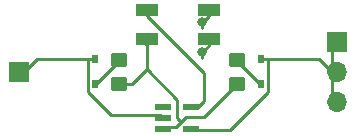
<source format=gbr>
%TF.GenerationSoftware,KiCad,Pcbnew,7.0.5*%
%TF.CreationDate,2024-02-17T16:30:33-06:00*%
%TF.ProjectId,NOTGATE,4e4f5447-4154-4452-9e6b-696361645f70,rev?*%
%TF.SameCoordinates,Original*%
%TF.FileFunction,Copper,L1,Top*%
%TF.FilePolarity,Positive*%
%FSLAX46Y46*%
G04 Gerber Fmt 4.6, Leading zero omitted, Abs format (unit mm)*
G04 Created by KiCad (PCBNEW 7.0.5) date 2024-02-17 16:30:33*
%MOMM*%
%LPD*%
G01*
G04 APERTURE LIST*
G04 Aperture macros list*
%AMRoundRect*
0 Rectangle with rounded corners*
0 $1 Rounding radius*
0 $2 $3 $4 $5 $6 $7 $8 $9 X,Y pos of 4 corners*
0 Add a 4 corners polygon primitive as box body*
4,1,4,$2,$3,$4,$5,$6,$7,$8,$9,$2,$3,0*
0 Add four circle primitives for the rounded corners*
1,1,$1+$1,$2,$3*
1,1,$1+$1,$4,$5*
1,1,$1+$1,$6,$7*
1,1,$1+$1,$8,$9*
0 Add four rect primitives between the rounded corners*
20,1,$1+$1,$2,$3,$4,$5,0*
20,1,$1+$1,$4,$5,$6,$7,0*
20,1,$1+$1,$6,$7,$8,$9,0*
20,1,$1+$1,$8,$9,$2,$3,0*%
G04 Aperture macros list end*
%TA.AperFunction,SMDPad,CuDef*%
%ADD10RoundRect,0.250000X-0.450000X0.350000X-0.450000X-0.350000X0.450000X-0.350000X0.450000X0.350000X0*%
%TD*%
%TA.AperFunction,SMDPad,CuDef*%
%ADD11R,0.609600X0.660400*%
%TD*%
%TA.AperFunction,ComponentPad*%
%ADD12R,1.700000X1.700000*%
%TD*%
%TA.AperFunction,ComponentPad*%
%ADD13O,1.700000X1.700000*%
%TD*%
%TA.AperFunction,SMDPad,CuDef*%
%ADD14R,1.875000X1.050000*%
%TD*%
%TA.AperFunction,SMDPad,CuDef*%
%ADD15R,1.473200X0.558800*%
%TD*%
%TA.AperFunction,ViaPad*%
%ADD16C,0.800000*%
%TD*%
%TA.AperFunction,Conductor*%
%ADD17C,0.250000*%
%TD*%
G04 APERTURE END LIST*
D10*
%TO.P,R3,1*%
%TO.N,Net-(LED3-Pad1)*%
X160000000Y-86500000D03*
%TO.P,R3,2*%
%TO.N,GND*%
X160000000Y-88500000D03*
%TD*%
D11*
%TO.P,LED1,1*%
%TO.N,Net-(LED1-Pad1)*%
X148000000Y-88579500D03*
%TO.P,LED1,2*%
%TO.N,Net-(J1-Pin_1)*%
X148000000Y-86420500D03*
%TD*%
D10*
%TO.P,R1,1*%
%TO.N,Net-(LED1-Pad1)*%
X150000000Y-86500000D03*
%TO.P,R1,2*%
%TO.N,GND*%
X150000000Y-88500000D03*
%TD*%
D12*
%TO.P,J1,1,Pin_1*%
%TO.N,Net-(J1-Pin_1)*%
X141500000Y-87500000D03*
%TD*%
D11*
%TO.P,LED3,1*%
%TO.N,Net-(LED3-Pad1)*%
X162000000Y-88579500D03*
%TO.P,LED3,2*%
%TO.N,Net-(J3-Pin_1)*%
X162000000Y-86420500D03*
%TD*%
D12*
%TO.P,J3,1,Pin_1*%
%TO.N,Net-(J3-Pin_1)*%
X168500000Y-85000000D03*
D13*
%TO.P,J3,2,Pin_2*%
X168500000Y-87540000D03*
%TO.P,J3,3,Pin_3*%
X168500000Y-90080000D03*
%TD*%
D14*
%TO.P,D1,1*%
%TO.N,VCC*%
X152337500Y-82250000D03*
%TO.P,D1,2*%
%TO.N,Net-(J5-PWR)*%
X157662500Y-82250000D03*
%TO.P,D1,3*%
%TO.N,GND*%
X152337500Y-84750000D03*
%TO.P,D1,4*%
%TO.N,Net-(J4-PWR)*%
X157662500Y-84750000D03*
%TD*%
D15*
%TO.P,U1,1,NC*%
%TO.N,unconnected-(U1-NC-Pad1)*%
X153746200Y-90489999D03*
%TO.P,U1,2*%
%TO.N,Net-(J1-Pin_1)*%
X153746200Y-91440000D03*
%TO.P,U1,3,GND*%
%TO.N,GND*%
X153746200Y-92390001D03*
%TO.P,U1,4*%
%TO.N,Net-(J3-Pin_1)*%
X156133800Y-92390001D03*
%TO.P,U1,5,VCC*%
%TO.N,VCC*%
X156133800Y-90489999D03*
%TD*%
D16*
%TO.N,Net-(J5-PWR)*%
X157000000Y-83320000D03*
%TO.N,Net-(J4-PWR)*%
X157000000Y-85800000D03*
%TD*%
D17*
%TO.N,GND*%
X155653749Y-91324052D02*
X157175948Y-91324052D01*
X155238901Y-91738901D02*
X155653749Y-91324052D01*
X154071200Y-92185001D02*
X153806200Y-92450001D01*
X154940000Y-91440000D02*
X155238901Y-91738901D01*
X154940000Y-89891499D02*
X154940000Y-91440000D01*
X152337500Y-85250000D02*
X152337500Y-87288999D01*
X151126499Y-88500000D02*
X152337500Y-87288999D01*
X152337500Y-87288999D02*
X154940000Y-89891499D01*
X151837500Y-84750000D02*
X152337500Y-85250000D01*
X160000000Y-88500000D02*
X160000000Y-88370722D01*
X157175948Y-91324052D02*
X160000000Y-88500000D01*
X150000000Y-88500000D02*
X151126499Y-88500000D01*
X154792800Y-92185001D02*
X155238901Y-91738901D01*
X154792800Y-92185001D02*
X154071200Y-92185001D01*
%TO.N,VCC*%
X157180400Y-87592900D02*
X157180400Y-90020599D01*
X156651000Y-90549999D02*
X156193800Y-90549999D01*
X157180400Y-90020599D02*
X156651000Y-90549999D01*
X152337500Y-82750000D02*
X157180400Y-87592900D01*
%TO.N,Net-(LED1-Pad1)*%
X150000000Y-86500000D02*
X150000000Y-86629278D01*
X150000000Y-86629278D02*
X148049778Y-88579500D01*
X148049778Y-88579500D02*
X148000000Y-88579500D01*
%TO.N,Net-(LED3-Pad1)*%
X161950222Y-88579500D02*
X162000000Y-88579500D01*
X160000000Y-86500000D02*
X160000000Y-86629278D01*
X160000000Y-86629278D02*
X161950222Y-88579500D01*
%TO.N,Net-(J1-Pin_1)*%
X147445200Y-86420500D02*
X147370200Y-86495500D01*
X147370200Y-86495500D02*
X147370200Y-89234700D01*
X149306222Y-91170722D02*
X153476922Y-91170722D01*
X153476922Y-91170722D02*
X153746200Y-91440000D01*
X148000000Y-86420500D02*
X147445200Y-86420500D01*
X147370200Y-89234700D02*
X149306222Y-91170722D01*
X142000000Y-87500000D02*
X143079500Y-86420500D01*
X143079500Y-86420500D02*
X148000000Y-86420500D01*
%TO.N,Net-(J3-Pin_1)*%
X156193800Y-92450001D02*
X159414499Y-92450001D01*
X162000000Y-86420500D02*
X162554800Y-86420500D01*
X166920500Y-86420500D02*
X168000000Y-87500000D01*
X162000000Y-86420500D02*
X166920500Y-86420500D01*
X162079500Y-86500000D02*
X162000000Y-86420500D01*
X162629800Y-86495500D02*
X162554800Y-86420500D01*
X168000000Y-84960000D02*
X168000000Y-87500000D01*
X168000000Y-87500000D02*
X168000000Y-90040000D01*
X162629800Y-89234700D02*
X162629800Y-86495500D01*
X159414499Y-92450001D02*
X162629800Y-89234700D01*
X161950222Y-86420500D02*
X162000000Y-86420500D01*
%TO.N,Net-(J5-PWR)*%
X157000000Y-83820000D02*
X157000000Y-83412500D01*
X157000000Y-83412500D02*
X157662500Y-82750000D01*
%TO.N,Net-(J4-PWR)*%
X157000000Y-86300000D02*
X157000000Y-85912500D01*
X157000000Y-85912500D02*
X157662500Y-85250000D01*
%TO.N,unconnected-(U1-NC-Pad1)*%
X153942595Y-90500001D02*
X153806200Y-90500001D01*
%TD*%
M02*

</source>
